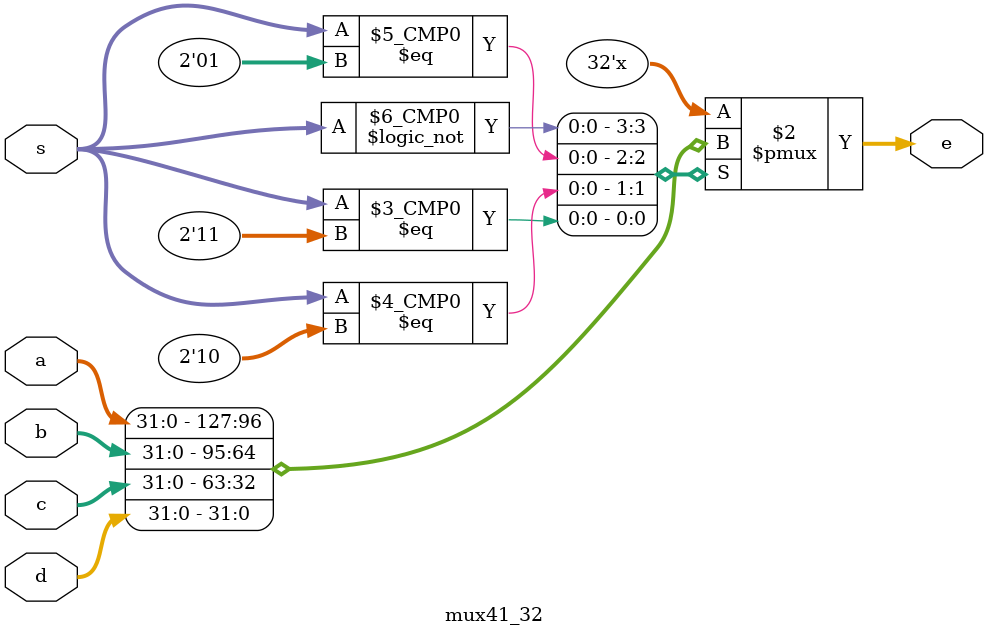
<source format=v>
module mux41_32(e,a,b,c,d,s);

output[31:0] e;
input[31:0] a,b,c,d;
input [1:0] s;

reg [31:0] e;

always @(s or a or b or c or d)
case(s)
2'd0: e=a;
2'd1: e=b;
2'd2: e=c;
2'd3: e=d;
endcase

endmodule
</source>
